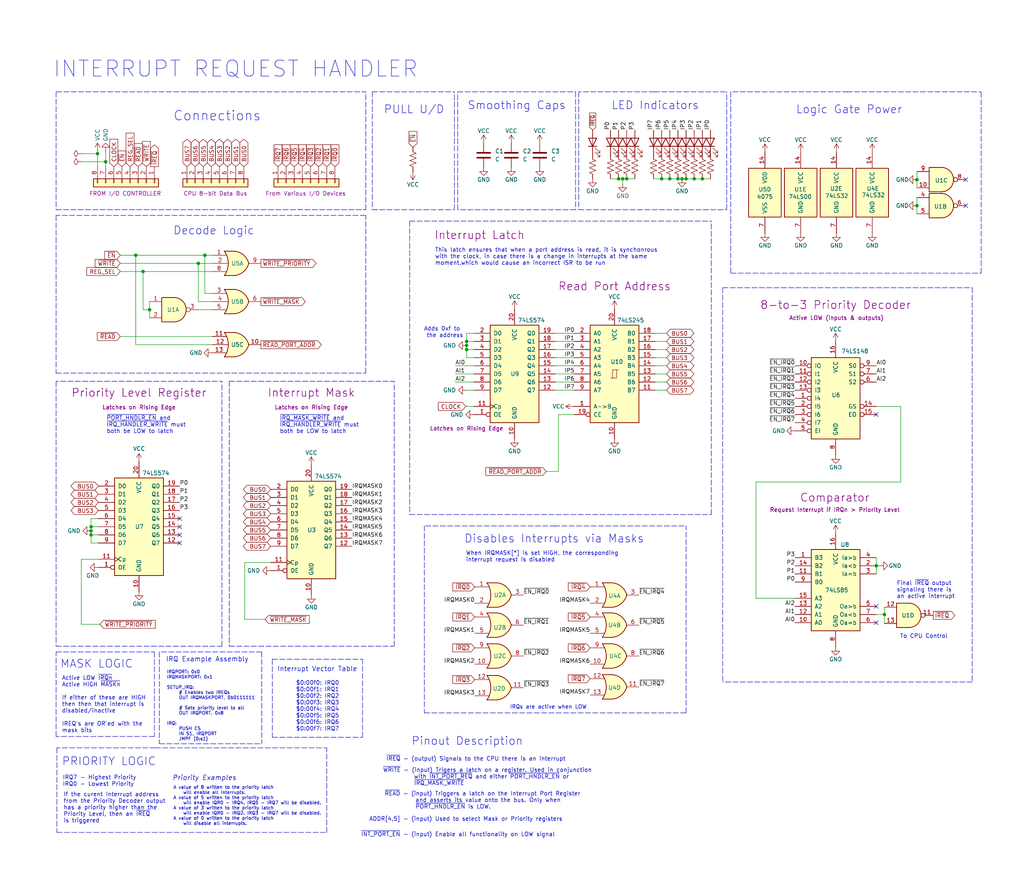
<source format=kicad_sch>
(kicad_sch (version 20211123) (generator eeschema)
  (paper "User" 319.989 280.01)
  (title_block (title "Interrpt Request Handler Module") (date "2022-02-10") (rev "v6") (company "theWickedWebDev/8-bit-computer") (comment 1 "w/ Priority Level Register & Mask Register"))
  (junction (at 273.812 176.784))
  (junction (at 46.736 96.774))
  (junction (at 145.796 107.95))
  (junction (at 194.564 55.88))
  (junction (at 209.296 55.88))
  (junction (at 195.834 55.88))
  (junction (at 286.512 64.262))
  (junction (at 28.448 164.592))
  (junction (at 214.376 55.88))
  (junction (at 42.418 79.756))
  (junction (at 145.796 106.68))
  (junction (at 193.294 55.88))
  (junction (at 276.352 192.024))
  (junction (at 206.756 55.88))
  (junction (at 213.106 55.88))
  (junction (at 64.008 79.756))
  (junction (at 28.448 167.132))
  (junction (at 145.796 109.22))
  (junction (at 30.48 48.006))
  (junction (at 44.704 84.836))
  (junction (at 28.448 165.862))
  (junction (at 216.916 55.88))
  (junction (at 211.836 55.88))
  (junction (at 286.512 56.134))
  (junction (at 33.02 50.546))
  (junction (at 61.976 82.296))
  (junction (at 219.456 55.88))
  (no_connect (at 273.812 129.54))
  (no_connect (at 56.134 162.052))
  (no_connect (at 273.812 194.564))
  (no_connect (at 273.812 189.484))
  (no_connect (at 56.134 164.592))
  (no_connect (at 56.134 167.132))
  (no_connect (at 56.134 169.672))
  (no_connect (at 301.752 64.262))
  (no_connect (at 301.752 56.134))
  (polyline (pts (xy 60.452 28.702) (xy 17.526 28.702)))
  (polyline (pts (xy 43.434 119.126) (xy 69.342 119.126)))
  (wire (pts (xy 46.736 96.774) (xy 46.736 99.314)))
  (wire (pts (xy 142.24 114.3) (xy 148.082 114.3)))
  (polyline (pts (xy 48.514 233.68) (xy 102.108 233.68)))
  (wire (pts (xy 37.592 84.836) (xy 44.704 84.836)))
  (wire (pts (xy 64.008 91.694) (xy 64.008 79.756)))
  (polyline (pts (xy 81.788 203.708) (xy 49.784 203.708)))
  (wire (pts (xy 276.352 189.738) (xy 276.352 192.024)))
  (wire (pts (xy 206.756 55.88) (xy 209.296 55.88)))
  (polyline (pts (xy 60.452 28.702) (xy 114.3 28.702)))
  (wire (pts (xy 28.448 167.132) (xy 28.448 169.672)))
  (wire (pts (xy 273.812 174.244) (xy 273.812 176.784)))
  (wire (pts (xy 209.296 55.88) (xy 211.836 55.88)))
  (polyline (pts (xy 81.788 203.708) (xy 81.788 232.41)))
  (wire (pts (xy 145.796 107.95) (xy 145.796 109.22)))
  (wire (pts (xy 281.432 150.622) (xy 236.22 150.622)))
  (wire (pts (xy 148.082 121.92) (xy 145.796 121.92)))
  (wire (pts (xy 142.24 116.84) (xy 148.082 116.84)))
  (polyline (pts (xy 17.526 28.702) (xy 17.526 65.532)))
  (polyline (pts (xy 69.088 67.31) (xy 17.526 67.31)))
  (polyline (pts (xy 264.668 28.702) (xy 306.578 28.702)))
  (wire (pts (xy 236.22 186.944) (xy 248.412 186.944)))
  (wire (pts (xy 28.448 165.862) (xy 28.448 167.132)))
  (wire (pts (xy 30.48 48.006) (xy 30.48 52.07)))
  (polyline (pts (xy 123.19 201.93) (xy 123.19 119.126)))
  (wire (pts (xy 46.736 96.774) (xy 44.704 96.774)))
  (wire (pts (xy 195.834 55.88) (xy 198.374 55.88)))
  (wire (pts (xy 214.376 55.88) (xy 216.916 55.88)))
  (polyline (pts (xy 17.526 67.31) (xy 17.526 116.586)))
  (wire (pts (xy 173.482 109.22) (xy 179.324 109.22)))
  (wire (pts (xy 66.294 91.694) (xy 64.008 91.694)))
  (wire (pts (xy 173.482 106.68) (xy 179.324 106.68)))
  (wire (pts (xy 76.454 193.548) (xy 82.804 193.548)))
  (wire (pts (xy 33.02 47.244) (xy 33.02 50.546)))
  (polyline (pts (xy 173.228 164.338) (xy 214.376 164.338)))
  (polyline (pts (xy 69.088 67.31) (xy 114.3 67.31)))
  (wire (pts (xy 44.704 84.836) (xy 66.294 84.836)))
  (wire (pts (xy 28.448 162.052) (xy 28.448 164.592)))
  (wire (pts (xy 37.592 105.156) (xy 66.294 105.156)))
  (wire (pts (xy 76.454 175.768) (xy 76.454 193.548)))
  (polyline (pts (xy 85.09 205.994) (xy 113.284 205.994)))
  (polyline (pts (xy 17.526 65.532) (xy 114.3 65.532)))
  (wire (pts (xy 174.498 129.54) (xy 179.324 129.54)))
  (polyline (pts (xy 102.108 260.096) (xy 102.108 233.68)))
  (wire (pts (xy 61.976 82.296) (xy 66.294 82.296)))
  (polyline (pts (xy 17.78 260.096) (xy 102.108 260.096)))
  (wire (pts (xy 273.812 176.784) (xy 274.828 176.784)))
  (wire (pts (xy 37.592 82.296) (xy 61.976 82.296)))
  (polyline (pts (xy 48.514 233.68) (xy 17.78 233.68)))
  (wire (pts (xy 286.512 61.722) (xy 286.512 64.262)))
  (wire (pts (xy 208.28 111.76) (xy 204.724 111.76)))
  (polyline (pts (xy 179.832 65.532) (xy 143.002 65.532)))
  (wire (pts (xy 76.454 175.768) (xy 84.582 175.768)))
  (wire (pts (xy 44.704 96.774) (xy 44.704 84.836)))
  (polyline (pts (xy 17.78 233.68) (xy 17.78 260.096)))
  (wire (pts (xy 145.796 111.76) (xy 148.082 111.76)))
  (polyline (pts (xy 173.482 164.338) (xy 132.588 164.338)))
  (wire (pts (xy 173.482 121.92) (xy 179.324 121.92)))
  (polyline (pts (xy 179.832 28.702) (xy 179.832 65.532)))
  (wire (pts (xy 208.28 116.84) (xy 204.724 116.84)))
  (polyline (pts (xy 49.784 203.708) (xy 49.784 232.41)))
  (wire (pts (xy 28.448 164.592) (xy 28.448 165.862)))
  (wire (pts (xy 173.482 119.38) (xy 179.324 119.38)))
  (polyline (pts (xy 228.346 85.344) (xy 306.578 85.344)))
  (wire (pts (xy 208.28 121.92) (xy 204.724 121.92)))
  (polyline (pts (xy 222.25 160.782) (xy 222.25 69.088)))
  (wire (pts (xy 33.02 50.546) (xy 33.02 52.07)))
  (wire (pts (xy 170.688 147.32) (xy 174.498 147.32)))
  (wire (pts (xy 273.812 127) (xy 281.432 127)))
  (polyline (pts (xy 180.848 65.532) (xy 227.076 65.532)))
  (polyline (pts (xy 214.376 222.758) (xy 214.376 164.338)))
  (wire (pts (xy 286.512 56.134) (xy 286.512 58.674)))
  (polyline (pts (xy 116.332 65.532) (xy 141.986 65.532)))
  (polyline (pts (xy 71.628 119.126) (xy 123.19 119.126)))
  (polyline (pts (xy 17.526 116.586) (xy 114.3 116.586)))
  (polyline (pts (xy 116.332 28.702) (xy 141.986 28.702)))
  (wire (pts (xy 208.28 104.14) (xy 204.724 104.14)))
  (polyline (pts (xy 264.922 28.702) (xy 228.346 28.702)))
  (wire (pts (xy 273.812 192.024) (xy 276.352 192.024)))
  (polyline (pts (xy 116.332 28.702) (xy 116.332 65.532)))
  (polyline (pts (xy 141.986 65.532) (xy 141.986 28.702)))
  (polyline (pts (xy 306.578 85.344) (xy 306.578 28.702)))
  (polyline (pts (xy 303.784 213.106) (xy 225.806 213.106)))
  (polyline (pts (xy 48.26 230.124) (xy 17.526 230.124)))
  (polyline (pts (xy 228.346 28.702) (xy 228.346 85.344)))
  (wire (pts (xy 30.48 47.244) (xy 30.48 48.006)))
  (wire (pts (xy 193.294 55.88) (xy 194.564 55.88)))
  (wire (pts (xy 281.432 127) (xy 281.432 150.622)))
  (polyline (pts (xy 128.016 69.088) (xy 128.016 160.782)))
  (polyline (pts (xy 114.3 65.532) (xy 114.3 28.702)))
  (polyline (pts (xy 128.016 69.088) (xy 222.25 69.088)))
  (wire (pts (xy 30.734 174.752) (xy 25.4 174.752)))
  (wire (pts (xy 37.592 79.756) (xy 42.418 79.756)))
  (polyline (pts (xy 227.076 65.532) (xy 227.076 28.702)))
  (wire (pts (xy 28.448 164.592) (xy 30.734 164.592)))
  (wire (pts (xy 42.418 79.756) (xy 64.008 79.756)))
  (wire (pts (xy 145.796 104.14) (xy 148.082 104.14)))
  (wire (pts (xy 61.976 94.234) (xy 61.976 82.296)))
  (wire (pts (xy 42.418 79.756) (xy 42.418 107.696)))
  (polyline (pts (xy 17.526 119.126) (xy 17.526 201.93)))
  (wire (pts (xy 145.796 109.22) (xy 148.082 109.22)))
  (wire (pts (xy 173.482 114.3) (xy 179.324 114.3)))
  (wire (pts (xy 64.008 79.756) (xy 66.294 79.756)))
  (polyline (pts (xy 43.434 119.126) (xy 17.526 119.126)))
  (wire (pts (xy 190.754 55.88) (xy 193.294 55.88)))
  (wire (pts (xy 145.796 104.14) (xy 145.796 106.68)))
  (polyline (pts (xy 85.09 230.378) (xy 113.284 230.378)))
  (wire (pts (xy 173.482 104.14) (xy 179.324 104.14)))
  (wire (pts (xy 273.812 176.784) (xy 273.812 179.324)))
  (wire (pts (xy 208.28 109.22) (xy 204.724 109.22)))
  (polyline (pts (xy 143.002 65.532) (xy 143.002 28.702)))
  (polyline (pts (xy 132.588 222.758) (xy 214.376 222.758)))
  (polyline (pts (xy 204.47 28.702) (xy 180.848 28.702)))
  (polyline (pts (xy 113.284 230.378) (xy 113.284 205.994)))
  (wire (pts (xy 194.564 55.88) (xy 194.564 57.404)))
  (wire (pts (xy 216.916 55.88) (xy 219.456 55.88)))
  (wire (pts (xy 145.542 127) (xy 148.082 127)))
  (polyline (pts (xy 225.806 89.916) (xy 225.806 213.106)))
  (wire (pts (xy 213.106 55.88) (xy 214.376 55.88)))
  (polyline (pts (xy 225.806 89.916) (xy 303.784 89.916)))
  (wire (pts (xy 194.564 55.88) (xy 195.834 55.88)))
  (polyline (pts (xy 69.342 201.93) (xy 69.342 119.126)))
  (wire (pts (xy 208.28 114.3) (xy 204.724 114.3)))
  (wire (pts (xy 173.482 111.76) (xy 179.324 111.76)))
  (wire (pts (xy 42.418 107.696) (xy 66.294 107.696)))
  (wire (pts (xy 142.24 119.38) (xy 148.082 119.38)))
  (wire (pts (xy 28.448 162.052) (xy 30.734 162.052)))
  (polyline (pts (xy 48.26 203.708) (xy 48.26 230.124)))
  (wire (pts (xy 211.836 55.88) (xy 213.106 55.88)))
  (polyline (pts (xy 143.002 28.702) (xy 179.832 28.702)))
  (polyline (pts (xy 17.526 230.124) (xy 17.526 203.708)))
  (wire (pts (xy 66.294 94.234) (xy 61.976 94.234)))
  (wire (pts (xy 236.22 150.622) (xy 236.22 186.944)))
  (polyline (pts (xy 114.3 116.586) (xy 114.3 67.31)))
  (wire (pts (xy 204.216 55.88) (xy 206.756 55.88)))
  (polyline (pts (xy 71.628 119.126) (xy 71.628 201.93)))
  (polyline (pts (xy 85.09 205.994) (xy 85.09 230.378)))
  (wire (pts (xy 219.456 55.88) (xy 221.996 55.88)))
  (wire (pts (xy 173.482 116.84) (xy 179.324 116.84)))
  (wire (pts (xy 208.28 106.68) (xy 204.724 106.68)))
  (wire (pts (xy 208.28 119.38) (xy 204.724 119.38)))
  (wire (pts (xy 28.448 169.672) (xy 30.734 169.672)))
  (wire (pts (xy 46.736 94.234) (xy 46.736 96.774)))
  (wire (pts (xy 174.498 129.54) (xy 174.498 147.32)))
  (wire (pts (xy 145.796 109.22) (xy 145.796 111.76)))
  (polyline (pts (xy 303.784 89.916) (xy 303.784 213.106)))
  (wire (pts (xy 145.796 106.68) (xy 148.082 106.68)))
  (polyline (pts (xy 17.526 203.708) (xy 48.26 203.708)))
  (polyline (pts (xy 128.016 160.782) (xy 222.25 160.782)))
  (wire (pts (xy 25.4 195.072) (xy 31.242 195.072)))
  (wire (pts (xy 33.02 50.546) (xy 25.654 50.546)))
  (wire (pts (xy 286.512 64.262) (xy 286.512 66.802)))
  (wire (pts (xy 145.796 106.68) (xy 145.796 107.95)))
  (wire (pts (xy 276.352 192.024) (xy 276.352 194.818)))
  (wire (pts (xy 286.512 53.594) (xy 286.512 56.134)))
  (polyline (pts (xy 71.628 201.93) (xy 123.19 201.93)))
  (polyline (pts (xy 49.784 232.41) (xy 81.788 232.41)))
  (polyline (pts (xy 204.47 28.702) (xy 227.076 28.702)))
  (wire (pts (xy 25.654 48.006) (xy 30.48 48.006)))
  (wire (pts (xy 28.448 167.132) (xy 30.734 167.132)))
  (wire (pts (xy 25.4 174.752) (xy 25.4 195.072)))
  (polyline (pts (xy 17.526 201.93) (xy 69.342 201.93)))
  (polyline (pts (xy 180.848 28.702) (xy 180.848 65.532)))
  (wire (pts (xy 61.976 96.774) (xy 66.294 96.774)))
  (polyline (pts (xy 132.588 164.338) (xy 132.588 222.758)))
  (text "When IRQMASK[*] is set HIGH, the corresponding\ninterrupt request is disabled" (at 145.542 175.768 0) (effects (font (size 1.27 1.27)) (justify left bottom)))
  (text "Disables Interrupts via Masks" (at 145.034 169.926 0) (effects (font (size 2.5 2.5)) (justify left bottom)))
  (text "IRQPORT: 0x0\nIRQMASKPORT: 0x1\n\nSETUP_IRQ:\n	# Enables two IREQs\n	OUT IRQMASKPORT, 0b0111111\n\n     # Sets priority level to all\n	OUT IRQPORT, 0x8  		 \n\nIRQ:    \n	PUSH CS\n	IN S1, IRQPORT\n	JMPF (0:s1)" (at 52.07 231.648 0) (effects (font (size 1 1)) (justify left bottom)))
  (text "~{IRQ_MASK_WRITE} and\n~{IRQ_HANDLER_WRITE} must\nboth be LOW to latch" (at 87.376 135.636 0) (effects (font (size 1.27 1.27)) (justify left bottom)))
  (text "INTERRUPT REQUEST HANDLER" (at 16.51 24.638 0) (effects (font (size 5 5)) (justify left bottom)))
  (text "~{INT_PORT_EN} - (input) Enable all functionality on LOW signal" (at 112.776 261.62 0) (effects (font (size 1.27 1.27)) (justify left bottom)))
  (text "Pinout Description" (at 128.524 233.172 0) (effects (font (size 2.5 2.5)) (justify left bottom)))
  (text "LED Indicators" (at 191.008 34.544 0) (effects (font (size 2.5 2.5)) (justify left bottom)))
  (text "To CPU Control" (at 281.178 199.644 0) (effects (font (size 1.27 1.27)) (justify left bottom)))
  (text "IRQs are active when LOW" (at 183.388 221.742 180) (effects (font (size 1.2 1.2)) (justify right bottom)))
  (text "PULL U/D" (at 119.888 35.814 0) (effects (font (size 2.5 2.5)) (justify left bottom)))
  (text "$0:00f0: IRQ0\n$0:00f1: IRQ1\n$0:00f2: IRQ2\n$0:00f3: IRQ3\n$0:00f4: IRQ4\n$0:00f5: IRQ5\n$0:00f6: IRQ6\n$0:00f7: IRQ7" (at 92.456 228.6 0) (effects (font (size 1.27 1.27)) (justify left bottom)))
  (text "~{WRITE} - (input) Trigers a latch on a register. Used in conjunction\n          with ~{INT_PORT_REQ} and either ~{PORT_HNDLR_EN} or \n          ~{IRQ_MASK_WRITE}" (at 119.634 245.618 0) (effects (font (size 1.27 1.27)) (justify left bottom)))
  (text "Logic Gate Power" (at 248.666 35.814 0) (effects (font (size 2.5 2.5)) (justify left bottom)))
  (text "~{IREQ} - (output) Signals to the CPU there is an interrupt" (at 120.65 237.998 0) (effects (font (size 1.27 1.27)) (justify left bottom)))
  (text "IRQ7 - Highest Priority\nIRQ0 - Lowest Priority" (at 19.558 245.872 0) (effects (font (size 1.27 1.27)) (justify left bottom)))
  (text "If the curent Interrupt address\nfrom the Priority Decoder output\nhas a priority higher than the\nPriority Level, then an ~{IREQ}\nis triggered" (at 19.812 257.302 0) (effects (font (size 1.27 1.27)) (justify left bottom)))
  (text "Adds 0xf to \nthe address" (at 144.78 105.664 180) (effects (font (size 1.27 1.27)) (justify right bottom)))
  (text "A value of 8 written to the priority latch \n    will enable all interrupts.\nA value of 5 written to the priority latch \n    will enable IQR0 - IRQ4. IRQ5 - IRQ7 will be disabled.\nA value of 3 written to the priority latch \n    will enable IQR0 - IRQ2. IRQ3 - IRQ7 will be disabled.\nA value of 0 written to the priority latch \n    will disable all interrupts." (at 54.102 258.064 0) (effects (font (size 1 1)) (justify left bottom)))
  (text "Active LOW ~{IRQn}\nActive HIGH ~{MASKn}\n\nIf either of these are HIGH\nthen then that interrupt is\ndisabled/inactive\n\nIREQ's are OR'ed with the\nmask bits" (at 19.304 229.108 0) (effects (font (size 1.27 1.27)) (justify left bottom)))
  (text "ADDR[4,5] - (input) Used to select Mask or Priority registers" (at 115.316 256.794 0) (effects (font (size 1.27 1.27)) (justify left bottom)))
  (text "MASK LOGIC" (at 18.796 209.042 0) (effects (font (size 2.5 2.5)) (justify left bottom)))
  (text "This latch ensures that when a port address is read, it is synchonrous \nwith the clock, in case there is a change in interrupts at the same \nmoment,which would cause an incorrect ISR to be run" (at 135.89 83.058 0) (effects (font (size 1.27 1.27)) (justify left bottom)))
  (text "Smoothing Caps" (at 146.05 34.544 0) (effects (font (size 2.5 2.5)) (justify left bottom)))
  (text "IRQ Example Assembly" (at 51.816 207.01 0) (effects (font (size 1.5 1.5)) (justify left bottom)))
  (text "Final ~{IREQ} output\nsignaling there is\nan active interrupt" (at 280.162 187.198 0) (effects (font (size 1.27 1.27)) (justify left bottom)))
  (text "Priority Examples" (at 53.848 244.094 0) (effects (font (size 1.5 1.5) italic) (justify left bottom)))
  (text "~{PORT_HNDLR_EN} and\n~{IRQ_HANDLER_WRITE} must\nboth be LOW to latch" (at 33.274 135.636 0) (effects (font (size 1.27 1.27)) (justify left bottom)))
  (text "PRIORITY LOGIC" (at 19.304 239.522 0) (effects (font (size 2.5 2.5)) (justify left bottom)))
  (text "Decode Logic" (at 54.102 73.66 0) (effects (font (size 2.5 2.5)) (justify left bottom)))
  (text "~{READ} - (input) Triggers a latch on the Interrupt Port Register\n	     and asserts its value onto the bus. Only when \n	     ~{PORT_HNDLR_EN} is LOW." (at 120.142 252.984 0) (effects (font (size 1.27 1.27)) (justify left bottom)))
  (text "Connections" (at 54.102 38.1 0) (effects (font (size 3 3)) (justify left bottom)))
  (text "Interrupt Vector Table\n" (at 86.614 210.058 0) (effects (font (size 1.5 1.5)) (justify left bottom)))
  (label "IRQMASK3" (at 148.336 217.424 180))
  (label "IP0" (at 221.996 40.64 90))
  (label "IP4" (at 176.276 114.3 0))
  (label "IP7" (at 176.276 121.92 0))
  (label "IRQMASK5" (at 109.982 165.608 0))
  (label "AI2" (at 142.24 119.38 0))
  (label "AI1" (at 142.24 116.84 0))
  (label "IP7" (at 204.216 40.64 90))
  (label "IP3" (at 214.376 40.64 90))
  (label "IRQMASK0" (at 109.982 152.908 0))
  (label "P1" (at 193.294 40.64 90))
  (label "AI1" (at 248.412 192.024 180))
  (label "IP4" (at 211.836 40.64 90))
  (label "P3" (at 198.374 40.64 90))
  (label "IRQMASK5" (at 184.404 197.866 180))
  (label "~{EN_IRQ0}" (at 248.412 114.3 180))
  (label "IP1" (at 176.276 106.68 0))
  (label "IP0" (at 176.276 104.14 0))
  (label "AI1" (at 273.812 116.84 0))
  (label "IRQMASK1" (at 148.336 197.866 180))
  (label "IRQMASK2" (at 109.982 157.988 0))
  (label "IP6" (at 176.276 119.38 0))
  (label "AI0" (at 248.412 194.564 180))
  (label "P2" (at 195.834 40.64 90))
  (label "P0" (at 248.412 181.864 180))
  (label "IRQMASK0" (at 148.336 188.468 180))
  (label "IRQMASK7" (at 184.404 217.17 180))
  (label "IRQMASK6" (at 109.982 168.148 0))
  (label "~{EN_IRQ2}" (at 163.576 204.978 0))
  (label "P1" (at 56.134 154.432 0))
  (label "P0" (at 190.754 40.64 90))
  (label "IP2" (at 176.276 109.22 0))
  (label "~{EN_IRQ0}" (at 163.576 185.928 0))
  (label "AI2" (at 273.812 119.38 0))
  (label "IRQMASK3" (at 109.982 160.528 0))
  (label "P3" (at 248.412 174.244 180))
  (label "~{EN_IRQ1}" (at 248.412 116.84 180))
  (label "~{EN_IRQ4}" (at 248.412 124.46 180))
  (label "IRQMASK7" (at 109.982 170.688 0))
  (label "AI0" (at 142.24 114.3 0))
  (label "~{EN_IRQ1}" (at 163.576 195.326 0))
  (label "IRQMASK1" (at 109.982 155.448 0))
  (label "~{EN_IRQ4}" (at 199.644 185.928 0))
  (label "P0" (at 56.134 151.892 0))
  (label "AI0" (at 273.812 114.3 0))
  (label "~{EN_IRQ3}" (at 163.576 214.884 0))
  (label "AI2" (at 248.412 189.484 180))
  (label "IP3" (at 176.276 111.76 0))
  (label "~{EN_IRQ3}" (at 248.412 121.92 180))
  (label "~{EN_IRQ6}" (at 248.412 129.54 180))
  (label "IRQMASK4" (at 184.404 188.468 180))
  (label "~{EN_IRQ6}" (at 199.644 204.978 0))
  (label "IRQMASK6" (at 184.404 207.518 180))
  (label "~{EN_IRQ2}" (at 248.412 119.38 180))
  (label "IP5" (at 176.276 116.84 0))
  (label "P2" (at 248.412 176.784 180))
  (label "~{EN_IRQ5}" (at 248.412 127 180))
  (label "~{EN_IRQ7}" (at 199.644 214.63 0))
  (label "P1" (at 248.412 179.324 180))
  (label "IP1" (at 219.456 40.64 90))
  (label "IP6" (at 206.756 40.64 90))
  (label "IRQMASK4" (at 109.982 163.068 0))
  (label "IP2" (at 216.916 40.64 90))
  (label "~{EN_IRQ7}" (at 248.412 132.08 180))
  (label "IP5" (at 209.296 40.64 90))
  (label "~{EN_IRQ5}" (at 199.644 195.326 0))
  (label "P2" (at 56.134 156.972 0))
  (label "IRQMASK2" (at 148.336 207.518 180))
  (label "P3" (at 56.134 159.512 0))
  (global_label "CLOCK" (shape input) (at 35.56 52.07 90) (property "Intersheet References" "${INTERSHEET_REFS}" (effects hide)))
  (global_label "~{READ_PORT_ADDR}" (shape input) (at 170.688 147.32 180) (property "Intersheet References" "${INTERSHEET_REFS}" (effects hide)))
  (global_label "~{IRQ2}" (shape input) (at 99.568 52.07 90) (property "Intersheet References" "${INTERSHEET_REFS}" (effects hide)))
  (global_label "~{IRQ0}" (shape input) (at 104.648 52.07 90) (property "Intersheet References" "${INTERSHEET_REFS}" (effects hide)))
  (global_label "BUS2" (shape tri_state) (at 71.12 52.07 90) (property "Intersheet References" "${INTERSHEET_REFS}" (effects hide)))
  (global_label "BUS2" (shape tri_state) (at 208.28 109.22 0) (property "Intersheet References" "${INTERSHEET_REFS}" (effects hide)))
  (global_label "BUS5" (shape tri_state) (at 208.28 116.84 0) (property "Intersheet References" "${INTERSHEET_REFS}" (effects hide)))
  (global_label "BUS3" (shape tri_state) (at 68.58 52.07 90) (property "Intersheet References" "${INTERSHEET_REFS}" (effects hide)))
  (global_label "BUS3" (shape tri_state) (at 30.734 159.512 180) (property "Intersheet References" "${INTERSHEET_REFS}" (effects hide)))
  (global_label "~{EN}" (shape input) (at 37.592 79.756 180) (property "Intersheet References" "${INTERSHEET_REFS}" (effects hide)))
  (global_label "~{IRQ7}" (shape input) (at 86.868 52.07 90) (property "Intersheet References" "${INTERSHEET_REFS}" (effects hide)))
  (global_label "~{WRITE_PRIORITY}" (shape output) (at 81.534 82.296 0) (property "Intersheet References" "${INTERSHEET_REFS}" (effects hide)))
  (global_label "BUS1" (shape tri_state) (at 208.28 106.68 0) (property "Intersheet References" "${INTERSHEET_REFS}" (effects hide)))
  (global_label "BUS4" (shape tri_state) (at 66.04 52.07 90) (property "Intersheet References" "${INTERSHEET_REFS}" (effects hide)))
  (global_label "~{WRITE_PRIORITY}" (shape input) (at 31.242 195.072 0) (property "Intersheet References" "${INTERSHEET_REFS}" (effects hide)))
  (global_label "BUS6" (shape tri_state) (at 208.28 119.38 0) (property "Intersheet References" "${INTERSHEET_REFS}" (effects hide)))
  (global_label "~{IRQ2}" (shape input) (at 148.336 202.438 180) (property "Intersheet References" "${INTERSHEET_REFS}" (effects hide)))
  (global_label "BUS4" (shape tri_state) (at 84.582 163.068 180) (property "Intersheet References" "${INTERSHEET_REFS}" (effects hide)))
  (global_label "BUS0" (shape tri_state) (at 208.28 104.14 0) (property "Intersheet References" "${INTERSHEET_REFS}" (effects hide)))
  (global_label "REG_SEL" (shape input) (at 40.64 52.07 90) (property "Intersheet References" "${INTERSHEET_REFS}" (effects hide)))
  (global_label "BUS3" (shape tri_state) (at 84.582 160.528 180) (property "Intersheet References" "${INTERSHEET_REFS}" (effects hide)))
  (global_label "~{EN}" (shape input) (at 129.032 45.974 90) (property "Intersheet References" "${INTERSHEET_REFS}" (effects hide)))
  (global_label "~{IRQ6}" (shape input) (at 184.404 202.438 180) (property "Intersheet References" "${INTERSHEET_REFS}" (effects hide)))
  (global_label "~{EN}" (shape input) (at 38.1 52.07 90) (property "Intersheet References" "${INTERSHEET_REFS}" (effects hide)))
  (global_label "BUS0" (shape tri_state) (at 84.582 152.908 180) (property "Intersheet References" "${INTERSHEET_REFS}" (effects hide)))
  (global_label "~{IRQ3}" (shape input) (at 148.336 212.344 180) (property "Intersheet References" "${INTERSHEET_REFS}" (effects hide)))
  (global_label "BUS2" (shape tri_state) (at 30.734 156.972 180) (property "Intersheet References" "${INTERSHEET_REFS}" (effects hide)))
  (global_label "~{READ}" (shape input) (at 43.18 52.07 90) (property "Intersheet References" "${INTERSHEET_REFS}" (effects hide)))
  (global_label "BUS4" (shape tri_state) (at 208.28 114.3 0) (property "Intersheet References" "${INTERSHEET_REFS}" (effects hide)))
  (global_label "~{WRITE}" (shape input) (at 45.72 52.07 90) (property "Intersheet References" "${INTERSHEET_REFS}" (effects hide)))
  (global_label "~{IRQ5}" (shape input) (at 184.404 192.786 180) (property "Intersheet References" "${INTERSHEET_REFS}" (effects hide)))
  (global_label "BUS0" (shape tri_state) (at 30.734 151.892 180) (property "Intersheet References" "${INTERSHEET_REFS}" (effects hide)))
  (global_label "BUS6" (shape tri_state) (at 60.96 52.07 90) (property "Intersheet References" "${INTERSHEET_REFS}" (effects hide)))
  (global_label "~{READ}" (shape input) (at 37.592 105.156 180) (property "Intersheet References" "${INTERSHEET_REFS}" (effects hide)))
  (global_label "BUS2" (shape tri_state) (at 84.582 157.988 180) (property "Intersheet References" "${INTERSHEET_REFS}" (effects hide)))
  (global_label "~{IREQ}" (shape output) (at 48.26 52.07 90) (property "Intersheet References" "${INTERSHEET_REFS}" (effects hide)))
  (global_label "~{WRITE_MASK}" (shape output) (at 81.534 94.234 0) (property "Intersheet References" "${INTERSHEET_REFS}" (effects hide)))
  (global_label "CLOCK" (shape input) (at 145.542 127 180) (property "Intersheet References" "${INTERSHEET_REFS}" (effects hide)))
  (global_label "BUS7" (shape tri_state) (at 84.582 170.688 180) (property "Intersheet References" "${INTERSHEET_REFS}" (effects hide)))
  (global_label "~{WRITE_MASK}" (shape input) (at 82.804 193.548 0) (property "Intersheet References" "${INTERSHEET_REFS}" (effects hide)))
  (global_label "~{WRITE}" (shape input) (at 37.592 82.296 180) (property "Intersheet References" "${INTERSHEET_REFS}" (effects hide)))
  (global_label "~{IREQ}" (shape output) (at 291.592 192.278 0) (property "Intersheet References" "${INTERSHEET_REFS}" (effects hide)))
  (global_label "BUS3" (shape tri_state) (at 208.28 111.76 0) (property "Intersheet References" "${INTERSHEET_REFS}" (effects hide)))
  (global_label "~{IRQ1}" (shape input) (at 102.108 52.07 90) (property "Intersheet References" "${INTERSHEET_REFS}" (effects hide)))
  (global_label "BUS5" (shape tri_state) (at 63.5 52.07 90) (property "Intersheet References" "${INTERSHEET_REFS}" (effects hide)))
  (global_label "~{IRQ7}" (shape input) (at 184.404 212.09 180) (property "Intersheet References" "${INTERSHEET_REFS}" (effects hide)))
  (global_label "BUS1" (shape tri_state) (at 84.582 155.448 180) (property "Intersheet References" "${INTERSHEET_REFS}" (effects hide)))
  (global_label "~{IRQ3}" (shape input) (at 97.028 52.07 90) (property "Intersheet References" "${INTERSHEET_REFS}" (effects hide)))
  (global_label "~{IRQ4}" (shape input) (at 94.488 52.07 90) (property "Intersheet References" "${INTERSHEET_REFS}" (effects hide)))
  (global_label "~{IRQ1}" (shape input) (at 148.336 192.786 180) (property "Intersheet References" "${INTERSHEET_REFS}" (effects hide)))
  (global_label "BUS1" (shape tri_state) (at 73.66 52.07 90) (property "Intersheet References" "${INTERSHEET_REFS}" (effects hide)))
  (global_label "REG_SEL" (shape input) (at 37.592 84.836 180) (property "Intersheet References" "${INTERSHEET_REFS}" (effects hide)))
  (global_label "~{IRQ6}" (shape input) (at 89.408 52.07 90) (property "Intersheet References" "${INTERSHEET_REFS}" (effects hide)))
  (global_label "~{READ_PORT_ADDR}" (shape output) (at 81.534 107.696 0) (property "Intersheet References" "${INTERSHEET_REFS}" (effects hide)))
  (global_label "~{IRQ4}" (shape input) (at 184.404 183.388 180) (property "Intersheet References" "${INTERSHEET_REFS}" (effects hide)))
  (global_label "BUS6" (shape tri_state) (at 84.582 168.148 180) (property "Intersheet References" "${INTERSHEET_REFS}" (effects hide)))
  (global_label "~{IREQ}" (shape input) (at 185.166 40.64 90) (effects (font (size 1 1))) (property "Intersheet References" "${INTERSHEET_REFS}" (effects hide)))
  (global_label "BUS7" (shape tri_state) (at 208.28 121.92 0) (property "Intersheet References" "${INTERSHEET_REFS}" (effects hide)))
  (global_label "~{IRQ0}" (shape input) (at 148.336 183.388 180) (property "Intersheet References" "${INTERSHEET_REFS}" (effects hide)))
  (global_label "BUS0" (shape tri_state) (at 76.2 52.07 90) (property "Intersheet References" "${INTERSHEET_REFS}" (effects hide)))
  (global_label "BUS7" (shape tri_state) (at 58.42 52.07 90) (property "Intersheet References" "${INTERSHEET_REFS}" (effects hide)))
  (global_label "BUS1" (shape tri_state) (at 30.734 154.432 180) (property "Intersheet References" "${INTERSHEET_REFS}" (effects hide)))
  (global_label "BUS5" (shape tri_state) (at 84.582 165.608 180) (property "Intersheet References" "${INTERSHEET_REFS}" (effects hide)))
  (global_label "~{IRQ5}" (shape input) (at 91.948 52.07 90) (property "Intersheet References" "${INTERSHEET_REFS}" (effects hide)))
  (symbol (lib_id "Device:LED") (at 216.916 44.45 90) (unit 1)
    (property "Reference" "D11" (effects hide))
    (property "Value" "LED" (effects hide))
    (property "Footprint" "LED_SMD:LED_0805_2012Metric" (effects hide))
  )
  (symbol (lib_id "power:VCC") (at 159.766 44.704 0) (unit 1)
    (property "Reference" "#PWR035" (effects hide))
    (property "Value" "VCC" (at 159.766 40.894 0))
  )
  (symbol (lib_id "power:GND") (at 148.082 129.54 270) (unit 1)
    (property "Reference" "#PWR024" (effects hide))
    (property "Value" "GND" (at 142.748 129.54 90))
  )
  (symbol (lib_id "Connector_Generic:Conn_01x08") (at 66.04 57.15 90) (mirror x) (unit 1)
    (property "Reference" "J2" (effects hide))
    (property "Value" "Conn_01x08" (effects hide))
    (property "Footprint" "Connector_PinHeader_2.54mm:PinHeader_1x08_P2.54mm_Vertical" (effects hide))
    (property "Field4" "CPU 8-bit Data Bus" (at 67.31 60.452 90))
  )
  (symbol (lib_id "power:GND") (at 239.014 72.898 0) (unit 1)
    (property "Reference" "#PWR0113" (effects hide))
    (property "Value" "GND" (at 239.014 76.708 0))
  )
  (symbol (lib_id "Device:LED") (at 204.216 44.45 90) (unit 1)
    (property "Reference" "D6" (effects hide))
    (property "Value" "LED" (effects hide))
    (property "Footprint" "LED_SMD:LED_0805_2012Metric" (effects hide))
  )
  (symbol (lib_id "power:VCC") (at 97.282 145.288 0) (unit 1)
    (property "Reference" "#PWR08" (effects hide))
    (property "Value" "VCC" (at 97.282 141.478 0))
  )
  (symbol (lib_id "power:GND") (at 160.782 137.16 0) (unit 1)
    (property "Reference" "#PWR028" (effects hide))
    (property "Value" "GND" (at 160.782 140.97 0))
  )
  (symbol (lib_id "Device:LED") (at 185.166 44.45 90) (unit 1)
    (property "Reference" "D1" (effects hide))
    (property "Value" "LED" (effects hide))
    (property "Footprint" "LED_SMD:LED_0805_2012Metric" (effects hide))
  )
  (symbol (lib_id "power:GND") (at 286.512 56.134 270) (unit 1)
    (property "Reference" "#PWR0111" (effects hide))
    (property "Value" "GND" (at 281.94 56.134 90))
  )
  (symbol (lib_id "Device:LED") (at 195.834 44.45 90) (unit 1)
    (property "Reference" "D4" (effects hide))
    (property "Value" "LED" (effects hide))
    (property "Footprint" "LED_SMD:LED_0805_2012Metric" (effects hide))
  )
  (symbol (lib_id "Connector_Generic:Conn_01x08") (at 40.64 57.15 270) (unit 1)
    (property "Reference" "J1" (effects hide))
    (property "Value" "Conn_01x08" (effects hide))
    (property "Footprint" "Connector_PinHeader_2.54mm:PinHeader_1x08_P2.54mm_Vertical" (effects hide))
    (property "Field4" "FROM I/O CONTROLLER" (at 39.116 60.452 90))
  )
  (symbol (lib_id "74xx:74LS32") (at 192.024 185.928 0) (unit 1)
    (property "Reference" "U4" (at 192.024 186.182 0))
    (property "Value" "74LS32" (effects hide))
    (property "Footprint" "Package_SO:TSSOP-14_4.4x5mm_P0.65mm" (effects hide))
    (property "Datasheet" "http://www.ti.com/lit/gpn/sn74LS32" (effects hide))
  )
  (symbol (lib_id "power:GND") (at 192.024 137.16 0) (unit 1)
    (property "Reference" "#PWR032" (effects hide))
    (property "Value" "GND" (at 192.024 140.97 0))
  )
  (symbol (lib_id "Device:R_US") (at 209.296 52.07 0) (unit 1)
    (property "Reference" "R8" (effects hide))
    (property "Value" "R_US" (effects hide))
    (property "Footprint" "Resistor_SMD:R_0805_2012Metric" (effects hide))
  )
  (symbol (lib_id "power:GND") (at 213.106 55.88 0) (unit 1)
    (property "Reference" "#PWR0103" (effects hide))
    (property "Value" "GND" (at 213.106 59.69 0))
  )
  (symbol (lib_id "power:GND") (at 33.02 47.244 180) (unit 1)
    (property "Reference" "#PWR07" (effects hide))
    (property "Value" "GND" (at 33.02 42.164 90))
  )
  (symbol (lib_id "Device:R_US") (at 193.294 52.07 0) (unit 1)
    (property "Reference" "R3" (effects hide))
    (property "Value" "R_US" (effects hide))
    (property "Footprint" "Resistor_SMD:R_0805_2012Metric" (effects hide))
  )
  (symbol (lib_id "power:GND") (at 145.796 121.92 270) (unit 1)
    (property "Reference" "#PWR0106" (effects hide))
    (property "Value" "GND" (at 140.462 121.92 90))
  )
  (symbol (lib_id "74xx:74LS32") (at 192.024 204.978 0) (unit 3)
    (property "Reference" "U4" (at 192.278 204.978 0))
    (property "Value" "74LS32" (effects hide))
    (property "Footprint" "Package_SO:TSSOP-14_4.4x5mm_P0.65mm" (effects hide))
    (property "Datasheet" "http://www.ti.com/lit/gpn/sn74LS32" (effects hide))
  )
  (symbol (lib_id "74xx:74LS574") (at 160.782 116.84 0) (unit 1)
    (property "Reference" "U9" (at 159.512 116.84 0) (effects (justify left)))
    (property "Value" "74LS574" (at 161.798 100.076 0) (effects (justify left)))
    (property "Footprint" "Package_SO:SO-20_5.3x12.6mm_P1.27mm" (effects hide))
    (property "Datasheet" "http://www.ti.com/lit/gpn/sn74LS574" (effects hide))
    (property "Field4" "Interrupt Latch" (at 149.86 73.406 0) (effects (font (size 2.5 2.5))))
    (property "Field5" "Latches on Rising Edge" (at 145.796 133.858 0))
  )
  (symbol (lib_id "74xx:74LS00") (at 54.356 96.774 0) (unit 1)
    (property "Reference" "U1" (at 54.102 96.774 0))
    (property "Value" "74LS00" (effects hide))
    (property "Footprint" "Package_SO:TSSOP-14_4.4x5mm_P0.65mm" (effects hide))
    (property "Datasheet" "http://www.ti.com/lit/gpn/sn74ls00" (effects hide))
  )
  (symbol (lib_id "Device:C") (at 151.13 48.514 0) (unit 1)
    (property "Reference" "C1" (at 154.686 47.2439 0) (effects (justify left)))
    (property "Value" "C" (at 154.686 49.7839 0) (effects (justify left)))
    (property "Footprint" "Capacitor_SMD:C_0805_2012Metric" (effects hide))
  )
  (symbol (lib_id "power:GND") (at 250.19 72.898 0) (unit 1)
    (property "Reference" "#PWR0112" (effects hide))
    (property "Value" "GND" (at 250.19 76.708 0))
  )
  (symbol (lib_id "power:VCC") (at 272.542 47.498 0) (unit 1)
    (property "Reference" "#PWR010" (effects hide))
    (property "Value" "VCC" (at 272.542 43.688 0))
  )
  (symbol (lib_id "Device:LED") (at 198.374 44.45 90) (unit 1)
    (property "Reference" "D5" (effects hide))
    (property "Value" "LED" (effects hide))
    (property "Footprint" "LED_SMD:LED_0805_2012Metric" (effects hide))
  )
  (symbol (lib_id "power:GND") (at 159.766 52.324 0) (unit 1)
    (property "Reference" "#PWR036" (effects hide))
    (property "Value" "GND" (at 159.766 56.134 0))
  )
  (symbol (lib_id "Device:R_US") (at 221.996 52.07 0) (unit 1)
    (property "Reference" "R13" (effects hide))
    (property "Value" "R_US" (effects hide))
    (property "Footprint" "Resistor_SMD:R_0805_2012Metric" (effects hide))
  )
  (symbol (lib_id "Device:R_US") (at 129.032 49.784 0) (unit 1)
    (property "Reference" "R14" (effects hide))
    (property "Value" "R_US" (effects hide))
    (property "Footprint" "Resistor_SMD:R_0805_2012Metric" (effects hide))
  )
  (symbol (lib_id "Device:LED") (at 209.296 44.45 90) (unit 1)
    (property "Reference" "D8" (effects hide))
    (property "Value" "LED" (effects hide))
    (property "Footprint" "LED_SMD:LED_0805_2012Metric" (effects hide))
  )
  (symbol (lib_id "power:VCC") (at 239.014 47.498 0) (unit 1)
    (property "Reference" "#PWR0108" (effects hide))
    (property "Value" "VCC" (at 239.014 43.688 0))
  )
  (symbol (lib_id "Device:LED") (at 219.456 44.45 90) (unit 1)
    (property "Reference" "D12" (effects hide))
    (property "Value" "LED" (effects hide))
    (property "Footprint" "LED_SMD:LED_0805_2012Metric" (effects hide))
  )
  (symbol (lib_id "Connector_Generic:Conn_01x08") (at 94.488 57.15 90) (mirror x) (unit 1)
    (property "Reference" "J3" (effects hide))
    (property "Value" "Conn_01x08" (effects hide))
    (property "Footprint" "Connector_PinHeader_2.54mm:PinHeader_1x08_P2.54mm_Vertical" (effects hide))
    (property "Field4" "From Various I/O Devices" (at 95.504 60.452 90))
  )
  (symbol (lib_id "74xx:74LS148") (at 261.112 124.46 0) (unit 1)
    (property "Reference" "U6" (at 259.842 123.444 0) (effects (justify left)))
    (property "Value" "74LS148" (at 262.89 109.728 0) (effects (justify left)))
    (property "Footprint" "Package_SO:SOIC-16_4.55x10.3mm_P1.27mm" (effects hide))
    (property "Datasheet" "http://www.ti.com/lit/gpn/sn74LS148" (effects hide))
    (property "Field4" "8-to-3 Priority Decoder" (at 261.112 95.25 0) (effects (font (size 2.5 2.5))))
    (property "Field5" "Active LOW (inputs & outputs)" (at 261.366 99.314 0))
  )
  (symbol (lib_id "74xx:74LS245") (at 192.024 116.84 0) (unit 1)
    (property "Reference" "U10" (at 190.754 113.03 0) (effects (justify left)))
    (property "Value" "74LS245" (at 192.786 100.076 0) (effects (justify left)))
    (property "Footprint" "Package_SO:TSSOP-20_4.4x6.5mm_P0.65mm" (effects hide))
    (property "Datasheet" "http://www.ti.com/lit/gpn/sn74LS245" (effects hide))
    (property "Field4" "Read Port Address" (at 192.024 89.408 0) (effects (font (size 2.5 2.5))))
  )
  (symbol (lib_id "74xx:74LS32") (at 155.956 195.326 0) (unit 2)
    (property "Reference" "U2" (at 156.21 196.088 0))
    (property "Value" "74LS32" (effects hide))
    (property "Footprint" "Package_SO:TSSOP-14_4.4x5mm_P0.65mm" (effects hide))
    (property "Datasheet" "http://www.ti.com/lit/gpn/sn74LS32" (effects hide))
  )
  (symbol (lib_id "Device:C") (at 168.656 48.514 0) (unit 1)
    (property "Reference" "C3" (at 172.212 47.2439 0) (effects (justify left)))
    (property "Value" "C" (at 172.212 49.7839 0) (effects (justify left)))
    (property "Footprint" "Capacitor_SMD:C_0805_2012Metric" (effects hide))
  )
  (symbol (lib_id "74xx:74LS574") (at 97.282 165.608 0) (unit 1)
    (property "Reference" "U3" (at 96.012 165.608 0) (effects (justify left)))
    (property "Value" "74LS574" (at 98.298 148.844 0) (effects (justify left)))
    (property "Footprint" "Package_SO:SO-20_5.3x12.6mm_P1.27mm" (effects hide))
    (property "Datasheet" "http://www.ti.com/lit/gpn/sn74LS574" (effects hide))
    (property "Field4" "Interrupt Mask" (at 97.282 122.682 0) (effects (font (size 2.5 2.5))))
    (property "Field5" "Latches on Rising Edge" (at 97.282 127.254 0))
  )
  (symbol (lib_id "74xx:74LS32") (at 272.542 60.198 0) (unit 5)
    (property "Reference" "U4" (at 270.764 58.928 0) (effects (justify left)))
    (property "Value" "74LS32" (at 269.24 60.96 0) (effects (justify left)))
    (property "Footprint" "Package_SO:TSSOP-14_4.4x5mm_P0.65mm" (effects hide))
    (property "Datasheet" "http://www.ti.com/lit/gpn/sn74LS32" (effects hide))
  )
  (symbol (lib_id "power:GND") (at 151.13 52.324 0) (unit 1)
    (property "Reference" "#PWR034" (effects hide))
    (property "Value" "GND" (at 151.13 56.134 0))
  )
  (symbol (lib_id "Device:R_US") (at 190.754 52.07 0) (unit 1)
    (property "Reference" "R2" (effects hide))
    (property "Value" "R_US" (effects hide))
    (property "Footprint" "Resistor_SMD:R_0805_2012Metric" (effects hide))
  )
  (symbol (lib_id "74xx:74LS32") (at 192.024 195.326 0) (unit 2)
    (property "Reference" "U4" (at 192.024 195.326 0))
    (property "Value" "74LS32" (effects hide))
    (property "Footprint" "Package_SO:TSSOP-14_4.4x5mm_P0.65mm" (effects hide))
    (property "Datasheet" "http://www.ti.com/lit/gpn/sn74LS32" (effects hide))
  )
  (symbol (lib_id "power:VCC") (at 250.19 47.498 0) (unit 1)
    (property "Reference" "#PWR0109" (effects hide))
    (property "Value" "VCC" (at 250.19 43.688 0))
  )
  (symbol (lib_id "74xx:74LS85") (at 261.112 184.404 0) (unit 1)
    (property "Reference" "U8" (at 262.636 170.18 0) (effects (justify left)))
    (property "Value" "74LS85" (at 257.81 184.404 0) (effects (justify left)))
    (property "Footprint" "Package_SO:SOIC-16_4.55x10.3mm_P1.27mm" (effects hide))
    (property "Datasheet" "http://www.ti.com/lit/gpn/sn74LS85" (effects hide))
    (property "Field4" "Comparator" (at 260.858 155.448 0) (effects (font (size 2.5 2.5))))
    (property "Field5" "Request Interrupt if IRQn > Priority Level" (at 260.858 159.258 0))
  )
  (symbol (lib_id "power:GND") (at 274.828 176.784 90) (unit 1)
    (property "Reference" "#PWR029" (effects hide))
    (property "Value" "GND" (at 279.654 176.784 90))
  )
  (symbol (lib_id "power:VCC") (at 192.024 96.52 0) (unit 1)
    (property "Reference" "#PWR031" (effects hide))
    (property "Value" "VCC" (at 192.024 92.71 0))
  )
  (symbol (lib_id "74xx:74LS32") (at 261.366 60.198 0) (unit 5)
    (property "Reference" "U2" (at 259.334 58.928 0) (effects (justify left)))
    (property "Value" "74LS32" (at 257.81 61.214 0) (effects (justify left)))
    (property "Footprint" "Package_SO:TSSOP-14_4.4x5mm_P0.65mm" (effects hide))
    (property "Datasheet" "http://www.ti.com/lit/gpn/sn74LS32" (effects hide))
  )
  (symbol (lib_id "power:GND") (at 84.582 178.308 270) (unit 1)
    (property "Reference" "#PWR03" (effects hide))
    (property "Value" "GND" (at 79.248 178.308 90))
  )
  (symbol (lib_id "power:VCC") (at 261.112 106.68 0) (unit 1)
    (property "Reference" "#PWR019" (effects hide))
    (property "Value" "VCC" (at 261.112 102.87 0))
  )
  (symbol (lib_id "Device:R_US") (at 216.916 52.07 0) (unit 1)
    (property "Reference" "R11" (effects hide))
    (property "Value" "R_US" (effects hide))
    (property "Footprint" "Resistor_SMD:R_0805_2012Metric" (effects hide))
  )
  (symbol (lib_id "power:VCC") (at 43.434 144.272 0) (unit 1)
    (property "Reference" "#PWR021" (effects hide))
    (property "Value" "VCC" (at 43.434 140.208 0))
  )
  (symbol (lib_id "power:VCC") (at 261.366 47.498 0) (unit 1)
    (property "Reference" "#PWR04" (effects hide))
    (property "Value" "VCC" (at 261.366 43.688 0))
  )
  (symbol (lib_id "Device:R_US") (at 195.834 52.07 0) (unit 1)
    (property "Reference" "R4" (effects hide))
    (property "Value" "R_US" (effects hide))
    (property "Footprint" "Resistor_SMD:R_0805_2012Metric" (effects hide))
  )
  (symbol (lib_id "power:GND") (at 286.512 64.262 270) (unit 1)
    (property "Reference" "#PWR0110" (effects hide))
    (property "Value" "GND" (at 281.94 64.262 90))
  )
  (symbol (lib_id "Device:LED") (at 193.294 44.45 90) (unit 1)
    (property "Reference" "D3" (effects hide))
    (property "Value" "LED" (effects hide))
    (property "Footprint" "LED_SMD:LED_0805_2012Metric" (effects hide))
  )
  (symbol (lib_id "power:GND") (at 248.412 134.62 270) (unit 1)
    (property "Reference" "#PWR017" (effects hide))
    (property "Value" "GND" (at 245.364 134.62 90) (effects (justify right)))
  )
  (symbol (lib_id "power:GND") (at 66.294 110.236 270) (unit 1)
    (property "Reference" "#PWR0107" (effects hide))
    (property "Value" "GND" (at 61.214 110.236 90))
  )
  (symbol (lib_id "power:GND") (at 261.112 142.24 0) (unit 1)
    (property "Reference" "#PWR020" (effects hide))
    (property "Value" "GND" (at 261.112 146.05 0))
  )
  (symbol (lib_id "Device:LED") (at 211.836 44.45 90) (unit 1)
    (property "Reference" "D9" (effects hide))
    (property "Value" "LED" (effects hide))
    (property "Footprint" "LED_SMD:LED_0805_2012Metric" (effects hide))
  )
  (symbol (lib_id "4xxx:4075") (at 239.014 60.198 0) (unit 4)
    (property "Reference" "U5" (at 236.982 59.182 0) (effects (justify left)))
    (property "Value" "4075" (at 236.474 61.468 0) (effects (justify left)))
    (property "Datasheet" "http://www.intersil.com/content/dam/Intersil/documents/cd40/cd4071bms-72bms-75bms.pdf" (effects hide))
  )
  (symbol (lib_id "Device:LED") (at 190.754 44.45 90) (unit 1)
    (property "Reference" "D2" (effects hide))
    (property "Value" "LED" (effects hide))
    (property "Footprint" "LED_SMD:LED_0805_2012Metric" (effects hide))
  )
  (symbol (lib_id "Device:LED") (at 206.756 44.45 90) (unit 1)
    (property "Reference" "D7" (effects hide))
    (property "Value" "LED" (effects hide))
    (property "Footprint" "LED_SMD:LED_0805_2012Metric" (effects hide))
  )
  (symbol (lib_id "74xx:74LS574") (at 43.434 164.592 0) (unit 1)
    (property "Reference" "U7" (at 42.164 164.592 0) (effects (justify left)))
    (property "Value" "74LS574" (at 44.45 147.828 0) (effects (justify left)))
    (property "Footprint" "Package_SO:SO-20_5.3x12.6mm_P1.27mm" (effects hide))
    (property "Datasheet" "http://www.ti.com/lit/gpn/sn74LS574" (effects hide))
    (property "Field4" "Priority Level Register" (at 43.434 122.682 0) (effects (font (size 2.5 2.5))))
    (property "Field5" "Latches on Rising Edge" (at 43.434 127.254 0))
  )
  (symbol (lib_id "power:GND") (at 145.796 107.95 270) (unit 1)
    (property "Reference" "#PWR0105" (effects hide))
    (property "Value" "GND" (at 140.462 107.95 90))
  )
  (symbol (lib_id "4xxx:4075") (at 73.914 82.296 0) (unit 1)
    (property "Reference" "U5" (at 74.168 82.296 0))
    (property "Value" "4075" (effects hide))
    (property "Datasheet" "http://www.intersil.com/content/dam/Intersil/documents/cd40/cd4071bms-72bms-75bms.pdf" (effects hide))
  )
  (symbol (lib_id "power:GND") (at 30.734 177.292 270) (unit 1)
    (property "Reference" "#PWR018" (effects hide))
    (property "Value" "GND" (at 28.956 179.832 90))
  )
  (symbol (lib_id "power:GND") (at 185.166 55.88 0) (unit 1)
    (property "Reference" "#PWR0102" (effects hide))
    (property "Value" "GND" (at 185.166 59.69 0))
  )
  (symbol (lib_id "74xx:74LS32") (at 155.956 204.978 0) (unit 3)
    (property "Reference" "U2" (at 156.21 204.978 0))
    (property "Value" "74LS32" (effects hide))
    (property "Footprint" "Package_SO:TSSOP-14_4.4x5mm_P0.65mm" (effects hide))
    (property "Datasheet" "http://www.ti.com/lit/gpn/sn74LS32" (effects hide))
  )
  (symbol (lib_id "74xx:74LS32") (at 155.956 214.884 0) (unit 4)
    (property "Reference" "U2" (at 155.956 215.138 0))
    (property "Value" "74LS32" (effects hide))
    (property "Footprint" "Package_SO:TSSOP-14_4.4x5mm_P0.65mm" (effects hide))
    (property "Datasheet" "http://www.ti.com/lit/gpn/sn74LS32" (effects hide))
  )
  (symbol (lib_id "74xx:74LS00") (at 294.132 64.262 0) (unit 2)
    (property "Reference" "U1" (at 293.878 64.516 0))
    (property "Value" "74LS00" (effects hide))
    (property "Footprint" "Package_SO:TSSOP-14_4.4x5mm_P0.65mm" (effects hide))
    (property "Datasheet" "http://www.ti.com/lit/gpn/sn74ls00" (effects hide))
  )
  (symbol (lib_id "power:PWR_FLAG") (at 25.654 50.546 90) (unit 1)
    (property "Reference" "#FLG02" (effects hide))
    (property "Value" "PWR_FLAG" (effects hide))
  )
  (symbol (lib_id "power:GND") (at 97.282 185.928 0) (unit 1)
    (property "Reference" "#PWR09" (effects hide))
    (property "Value" "GND" (at 97.282 189.738 0))
  )
  (symbol (lib_id "4xxx:4075") (at 73.914 94.234 0) (unit 2)
    (property "Reference" "U5" (at 74.168 94.234 0))
    (property "Value" "4075" (effects hide))
    (property "Footprint" "Package_SO:SOIC-14_3.9x8.7mm_P1.27mm" (effects hide))
    (property "Datasheet" "http://www.intersil.com/content/dam/Intersil/documents/cd40/cd4071bms-72bms-75bms.pdf" (effects hide))
  )
  (symbol (lib_id "power:GND") (at 43.434 184.912 0) (unit 1)
    (property "Reference" "#PWR022" (effects hide))
    (property "Value" "GND" (at 43.434 188.722 0))
  )
  (symbol (lib_id "Device:R_US") (at 185.166 52.07 0) (unit 1)
    (property "Reference" "R1" (effects hide))
    (property "Value" "R_US" (effects hide))
    (property "Footprint" "Resistor_SMD:R_0805_2012Metric" (effects hide))
  )
  (symbol (lib_id "power:GND") (at 28.448 165.862 270) (unit 1)
    (property "Reference" "#PWR016" (effects hide))
    (property "Value" "GND" (at 23.114 165.862 90))
  )
  (symbol (lib_id "power:VCC") (at 151.13 44.704 0) (unit 1)
    (property "Reference" "#PWR033" (effects hide))
    (property "Value" "VCC" (at 151.13 40.894 0))
  )
  (symbol (lib_id "74xx:74LS00") (at 283.972 192.278 0) (unit 4)
    (property "Reference" "U1" (at 283.718 192.278 0))
    (property "Value" "74LS00" (effects hide))
    (property "Footprint" "Package_SO:TSSOP-14_4.4x5mm_P0.65mm" (effects hide))
    (property "Datasheet" "http://www.ti.com/lit/gpn/sn74ls00" (effects hide))
  )
  (symbol (lib_id "power:GND") (at 261.366 72.898 0) (unit 1)
    (property "Reference" "#PWR05" (effects hide))
    (property "Value" "GND" (at 261.366 76.708 0))
  )
  (symbol (lib_id "Device:R_US") (at 219.456 52.07 0) (unit 1)
    (property "Reference" "R12" (effects hide))
    (property "Value" "R_US" (effects hide))
    (property "Footprint" "Resistor_SMD:R_0805_2012Metric" (effects hide))
  )
  (symbol (lib_id "power:VCC") (at 129.032 53.594 180) (unit 1)
    (property "Reference" "#PWR0104" (effects hide))
    (property "Value" "VCC" (at 129.032 57.658 0))
  )
  (symbol (lib_id "power:GND") (at 261.112 202.184 0) (unit 1)
    (property "Reference" "#PWR026" (effects hide))
    (property "Value" "GND" (at 261.112 205.994 0))
  )
  (symbol (lib_id "power:VCC") (at 160.782 96.52 0) (unit 1)
    (property "Reference" "#PWR027" (effects hide))
    (property "Value" "VCC" (at 160.782 92.71 0))
  )
  (symbol (lib_id "Device:LED") (at 214.376 44.45 90) (unit 1)
    (property "Reference" "D10" (effects hide))
    (property "Value" "LED" (effects hide))
    (property "Footprint" "LED_SMD:LED_0805_2012Metric" (effects hide))
  )
  (symbol (lib_id "power:VCC") (at 261.112 166.624 0) (unit 1)
    (property "Reference" "#PWR025" (effects hide))
    (property "Value" "VCC" (at 261.112 162.814 0))
  )
  (symbol (lib_id "Device:R_US") (at 198.374 52.07 0) (unit 1)
    (property "Reference" "R5" (effects hide))
    (property "Value" "R_US" (effects hide))
    (property "Footprint" "Resistor_SMD:R_0805_2012Metric" (effects hide))
  )
  (symbol (lib_id "Device:LED") (at 221.996 44.45 90) (unit 1)
    (property "Reference" "D13" (effects hide))
    (property "Value" "LED" (effects hide))
    (property "Footprint" "LED_SMD:LED_0805_2012Metric" (effects hide))
  )
  (symbol (lib_id "power:GND") (at 272.542 72.898 0) (unit 1)
    (property "Reference" "#PWR011" (effects hide))
    (property "Value" "GND" (at 272.542 76.708 0))
  )
  (symbol (lib_id "74xx:74LS32") (at 155.956 185.928 0) (unit 1)
    (property "Reference" "U2" (at 156.21 185.928 0))
    (property "Value" "74LS32" (effects hide))
    (property "Footprint" "Package_SO:TSSOP-14_4.4x5mm_P0.65mm" (effects hide))
    (property "Datasheet" "http://www.ti.com/lit/gpn/sn74LS32" (effects hide))
  )
  (symbol (lib_id "power:PWR_FLAG") (at 25.654 48.006 90) (unit 1)
    (property "Reference" "#FLG01" (effects hide))
    (property "Value" "PWR_FLAG" (effects hide))
  )
  (symbol (lib_id "Device:C") (at 159.766 48.514 0) (unit 1)
    (property "Reference" "C2" (at 163.322 47.2439 0) (effects (justify left)))
    (property "Value" "C" (at 163.322 49.7839 0) (effects (justify left)))
    (property "Footprint" "Capacitor_SMD:C_0805_2012Metric" (effects hide))
  )
  (symbol (lib_id "74xx:74LS32") (at 192.024 214.63 0) (unit 4)
    (property "Reference" "U4" (at 192.024 214.884 0))
    (property "Value" "74LS32" (effects hide))
    (property "Footprint" "Package_SO:TSSOP-14_4.4x5mm_P0.65mm" (effects hide))
    (property "Datasheet" "http://www.ti.com/lit/gpn/sn74LS32" (effects hide))
  )
  (symbol (lib_id "74xx:74LS00") (at 250.19 60.198 0) (unit 5)
    (property "Reference" "U1" (at 248.158 59.182 0) (effects (justify left)))
    (property "Value" "74LS00" (at 246.38 61.468 0) (effects (justify left)))
    (property "Footprint" "Package_SO:TSSOP-14_4.4x5mm_P0.65mm" (effects hide))
    (property "Datasheet" "http://www.ti.com/lit/gpn/sn74ls00" (effects hide))
  )
  (symbol (lib_id "Device:R_US") (at 206.756 52.07 0) (unit 1)
    (property "Reference" "R7" (effects hide))
    (property "Value" "R_US" (effects hide))
    (property "Footprint" "Resistor_SMD:R_0805_2012Metric" (effects hide))
  )
  (symbol (lib_id "power:GND") (at 168.656 52.324 0) (unit 1)
    (property "Reference" "#PWR038" (effects hide))
    (property "Value" "GND" (at 168.656 56.134 0))
  )
  (symbol (lib_id "4xxx:4075") (at 73.914 107.696 0) (unit 3)
    (property "Reference" "U5" (at 74.168 107.696 0))
    (property "Value" "4075" (effects hide))
    (property "Datasheet" "http://www.intersil.com/content/dam/Intersil/documents/cd40/cd4071bms-72bms-75bms.pdf" (effects hide))
  )
  (symbol (lib_id "power:VCC") (at 179.324 127 90) (unit 1)
    (property "Reference" "#PWR030" (effects hide))
    (property "Value" "VCC" (at 174.498 127 90))
  )
  (symbol (lib_id "power:VCC") (at 30.48 47.244 0) (unit 1)
    (property "Reference" "#PWR06" (effects hide))
    (property "Value" "VCC" (at 30.48 42.164 90))
  )
  (symbol (lib_id "Device:R_US") (at 204.216 52.07 0) (unit 1)
    (property "Reference" "R6" (effects hide))
    (property "Value" "R_US" (effects hide))
    (property "Footprint" "Resistor_SMD:R_0805_2012Metric" (effects hide))
  )
  (symbol (lib_id "Device:R_US") (at 211.836 52.07 0) (unit 1)
    (property "Reference" "R9" (effects hide))
    (property "Value" "R_US" (effects hide))
    (property "Footprint" "Resistor_SMD:R_0805_2012Metric" (effects hide))
  )
  (symbol (lib_id "power:VCC") (at 168.656 44.704 0) (unit 1)
    (property "Reference" "#PWR037" (effects hide))
    (property "Value" "VCC" (at 168.656 40.894 0))
  )
  (symbol (lib_id "Device:R_US") (at 214.376 52.07 0) (unit 1)
    (property "Reference" "R10" (effects hide))
    (property "Value" "R_US" (effects hide))
    (property "Footprint" "Resistor_SMD:R_0805_2012Metric" (effects hide))
  )
  (symbol (lib_id "power:GND") (at 194.564 57.404 0) (unit 1)
    (property "Reference" "#PWR0101" (effects hide))
    (property "Value" "GND" (at 194.564 61.214 0))
  )
  (symbol (lib_id "74xx:74LS00") (at 294.132 56.134 0) (unit 3)
    (property "Reference" "U1" (at 294.132 56.388 0))
    (property "Value" "74LS00" (effects hide))
    (property "Footprint" "Package_SO:TSSOP-14_4.4x5mm_P0.65mm" (effects hide))
    (property "Datasheet" "http://www.ti.com/lit/gpn/sn74ls00" (effects hide))
  )
)
</source>
